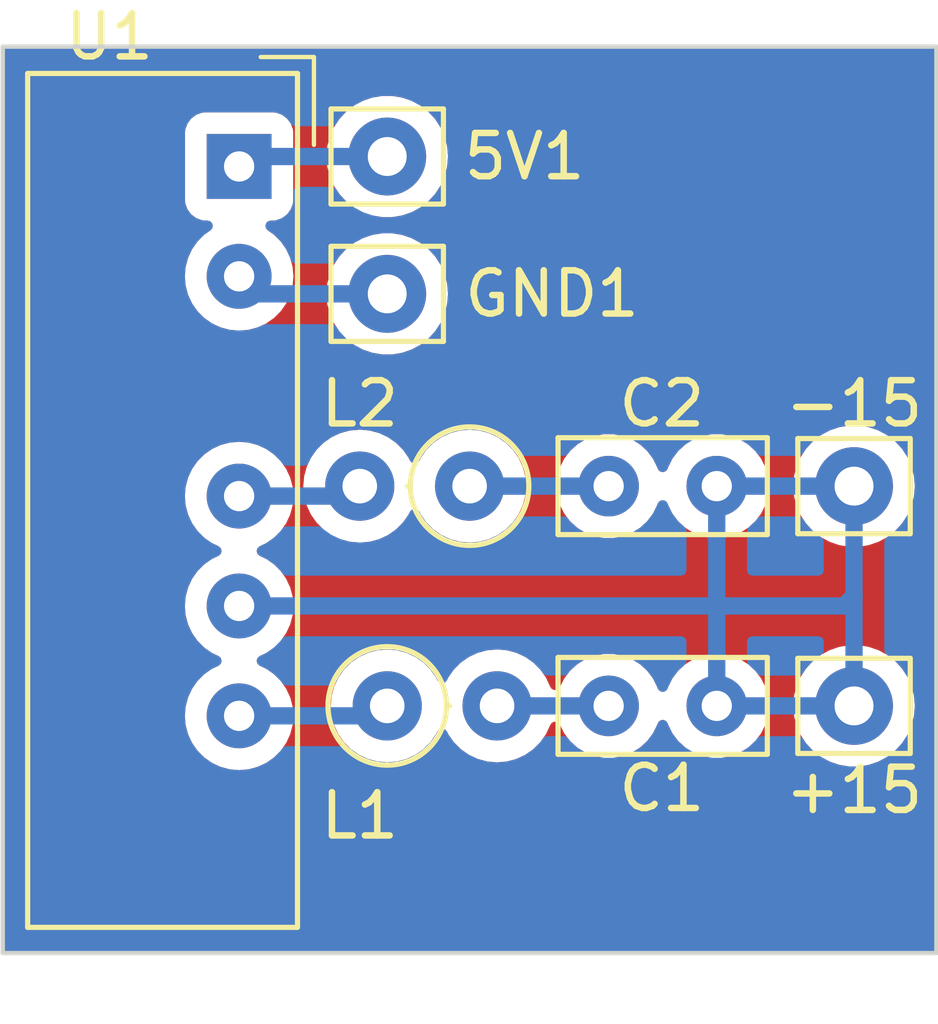
<source format=kicad_pcb>
(kicad_pcb (version 20221018) (generator pcbnew)
  (layers (0 "F.Cu" signal) (31 "B.Cu" signal) (34 "B.Paste" user) (35 "F.Paste" user) (36 "B.SilkS" user "B.Silkscreen") (37 "F.SilkS" user "F.Silkscreen") (38 "B.Mask" user) (39 "F.Mask" user) (44 "Edge.Cuts" user))
  (net 0 "")
  (net 1 "Net-(U1-VOUT+)")
  (net 2 "Net-(U1-VOUT-)")
  (net 3 "Net-(+15-Pin_1)")
  (net 4 "Net-(5V1-Pin_1)")
  (net 5 "Net-(GND1-Pin_1)")
  (footprint "Connector_Pin:Pin_D0.9mm_L10.0mm_W2.4mm_FlatFork" (layer "F.Cu") (at 77.47 68.58)
    (fp_text reference "5V1" (at 3.175 0) (layer "F.SilkS"))
    (fp_text value "~")
    (fp_line (start -1.3 -1.1) (end -1.3 0.6) (stroke (width 0.12)) (layer "F.SilkS"))
    (fp_line (start -1.3 0.6) (end -1.3 1.1) (stroke (width 0.12)) (layer "F.SilkS"))
    (fp_line (start -1.3 1.1) (end 1.3 1.1) (stroke (width 0.12)) (layer "F.SilkS"))
    (fp_line (start 1.3 -1.1) (end -1.3 -1.1) (stroke (width 0.12)) (layer "F.SilkS"))
    (fp_line (start 1.3 1.1) (end 1.3 -1.1) (stroke (width 0.12)) (layer "F.SilkS"))
    (pad "1" thru_hole circle (at 0 0) (size 1.8 1.8) (drill 0.9) (layers "*.Cu" "*.Mask") (net 4 "Net-(5V1-Pin_1)"))
  )
  (footprint "Resistor_THT:R_Axial_DIN0207_L6.3mm_D2.5mm_P2.54mm_Vertical" (layer "F.Cu") (at 77.47 81.28)
    (fp_text reference "L1" (at -0.635 2.54) (layer "F.SilkS"))
    (fp_text value "100µh")
    (fp_line (start 1.37 0) (end 1.44 0) (stroke (width 0.12)) (layer "F.SilkS"))
    (fp_circle (center 0 0) (end 1.37 0) (stroke (width 0.12)) (fill none) (layer "F.SilkS"))
    (pad "1" thru_hole circle (at 0 0) (size 1.6 1.6) (drill 0.8) (layers "*.Cu" "*.Mask") (net 1 "Net-(U1-VOUT+)"))
    (pad "2" thru_hole oval (at 2.54 0) (size 1.6 1.6) (drill 0.8) (layers "*.Cu" "*.Mask") (net 3 "Net-(+15-Pin_1)"))
  )
  (footprint "Capacitor_THT:C_Rect_L4.6mm_W2.0mm_P2.50mm_MKS02_FKP02" (layer "F.Cu") (at 82.59 76.2)
    (fp_text reference "C2" (at 1.23 -1.905) (layer "F.SilkS"))
    (fp_text value "3.3µ")
    (fp_line (start -1.17 -1.12) (end -1.17 1.12) (stroke (width 0.12)) (layer "F.SilkS"))
    (fp_line (start -1.17 -1.12) (end 3.67 -1.12) (stroke (width 0.12)) (layer "F.SilkS"))
    (fp_line (start -1.17 1.12) (end 3.67 1.12) (stroke (width 0.12)) (layer "F.SilkS"))
    (fp_line (start 3.67 -1.12) (end 3.67 1.12) (stroke (width 0.12)) (layer "F.SilkS"))
    (pad "1" thru_hole circle (at 0 0) (size 1.4 1.4) (drill 0.7) (layers "*.Cu" "*.Mask") (net 3 "Net-(+15-Pin_1)"))
    (pad "2" thru_hole circle (at 2.5 0) (size 1.4 1.4) (drill 0.7) (layers "*.Cu" "*.Mask") (net 3 "Net-(+15-Pin_1)"))
  )
  (footprint "Resistor_THT:R_Axial_DIN0207_L6.3mm_D2.5mm_P2.54mm_Vertical" (layer "F.Cu") (at 79.375 76.2 180)
    (fp_text reference "L2" (at 2.54 1.905) (layer "F.SilkS"))
    (fp_text value "100µH")
    (fp_line (start 1.37 0) (end 1.44 0) (stroke (width 0.12)) (layer "F.SilkS"))
    (fp_circle (center 0 0) (end 1.37 0) (stroke (width 0.12)) (fill none) (layer "F.SilkS"))
    (pad "1" thru_hole circle (at 0 0 180) (size 1.6 1.6) (drill 0.8) (layers "*.Cu" "*.Mask") (net 3 "Net-(+15-Pin_1)"))
    (pad "2" thru_hole oval (at 2.54 0 180) (size 1.6 1.6) (drill 0.8) (layers "*.Cu" "*.Mask") (net 2 "Net-(U1-VOUT-)"))
  )
  (footprint "Connector_Pin:Pin_D0.9mm_L10.0mm_W2.4mm_FlatFork" (layer "F.Cu") (at 77.47 71.755)
    (fp_text reference "GND1" (at 3.81 0) (layer "F.SilkS"))
    (fp_text value "~")
    (fp_line (start -1.3 -1.1) (end -1.3 0.6) (stroke (width 0.12)) (layer "F.SilkS"))
    (fp_line (start -1.3 0.6) (end -1.3 1.1) (stroke (width 0.12)) (layer "F.SilkS"))
    (fp_line (start -1.3 1.1) (end 1.3 1.1) (stroke (width 0.12)) (layer "F.SilkS"))
    (fp_line (start 1.3 -1.1) (end -1.3 -1.1) (stroke (width 0.12)) (layer "F.SilkS"))
    (fp_line (start 1.3 1.1) (end 1.3 -1.1) (stroke (width 0.12)) (layer "F.SilkS"))
    (pad "1" thru_hole circle (at 0 0) (size 1.8 1.8) (drill 0.9) (layers "*.Cu" "*.Mask") (net 5 "Net-(GND1-Pin_1)"))
  )
  (footprint "Capacitor_THT:C_Rect_L4.6mm_W2.0mm_P2.50mm_MKS02_FKP02" (layer "F.Cu") (at 82.59 81.28)
    (fp_text reference "C1" (at 1.23 1.905) (layer "F.SilkS"))
    (fp_text value "3.3µ")
    (fp_line (start -1.17 -1.12) (end -1.17 1.12) (stroke (width 0.12)) (layer "F.SilkS"))
    (fp_line (start -1.17 -1.12) (end 3.67 -1.12) (stroke (width 0.12)) (layer "F.SilkS"))
    (fp_line (start -1.17 1.12) (end 3.67 1.12) (stroke (width 0.12)) (layer "F.SilkS"))
    (fp_line (start 3.67 -1.12) (end 3.67 1.12) (stroke (width 0.12)) (layer "F.SilkS"))
    (pad "1" thru_hole circle (at 0 0) (size 1.4 1.4) (drill 0.7) (layers "*.Cu" "*.Mask") (net 3 "Net-(+15-Pin_1)"))
    (pad "2" thru_hole circle (at 2.5 0) (size 1.4 1.4) (drill 0.7) (layers "*.Cu" "*.Mask") (net 3 "Net-(+15-Pin_1)"))
  )
  (footprint "Connector_Pin:Pin_D0.9mm_L10.0mm_W2.4mm_FlatFork" (layer "F.Cu") (at 88.265 76.2)
    (fp_text reference "-15" (at 0 -1.905) (layer "F.SilkS"))
    (fp_text value "~")
    (fp_line (start -1.3 -1.1) (end -1.3 0.6) (stroke (width 0.12)) (layer "F.SilkS"))
    (fp_line (start -1.3 0.6) (end -1.3 1.1) (stroke (width 0.12)) (layer "F.SilkS"))
    (fp_line (start -1.3 1.1) (end 1.3 1.1) (stroke (width 0.12)) (layer "F.SilkS"))
    (fp_line (start 1.3 -1.1) (end -1.3 -1.1) (stroke (width 0.12)) (layer "F.SilkS"))
    (fp_line (start 1.3 1.1) (end 1.3 -1.1) (stroke (width 0.12)) (layer "F.SilkS"))
    (pad "1" thru_hole circle (at 0 0) (size 1.8 1.8) (drill 0.9) (layers "*.Cu" "*.Mask") (net 3 "Net-(+15-Pin_1)"))
  )
  (footprint "Connector_Pin:Pin_D0.9mm_L10.0mm_W2.4mm_FlatFork" (layer "F.Cu") (at 88.265 81.28)
    (fp_text reference "+15" (at 0 1.95) (layer "F.SilkS"))
    (fp_text value "~")
    (fp_line (start -1.3 -1.1) (end -1.3 0.6) (stroke (width 0.12)) (layer "F.SilkS"))
    (fp_line (start -1.3 0.6) (end -1.3 1.1) (stroke (width 0.12)) (layer "F.SilkS"))
    (fp_line (start -1.3 1.1) (end 1.3 1.1) (stroke (width 0.12)) (layer "F.SilkS"))
    (fp_line (start 1.3 -1.1) (end -1.3 -1.1) (stroke (width 0.12)) (layer "F.SilkS"))
    (fp_line (start 1.3 1.1) (end 1.3 -1.1) (stroke (width 0.12)) (layer "F.SilkS"))
    (pad "1" thru_hole circle (at 0 0) (size 1.8 1.8) (drill 0.9) (layers "*.Cu" "*.Mask") (net 3 "Net-(+15-Pin_1)"))
  )
  (footprint "Converter_DCDC:Converter_DCDC_Murata_NMAxxxxSC_THT" (layer "F.Cu") (at 74.045 68.81)
    (fp_text reference "U1" (at -3 -3) (layer "F.SilkS"))
    (fp_text value "NMA0515SC")
    (fp_line (start -4.89 -2.15) (end -4.89 17.59) (stroke (width 0.12)) (layer "F.SilkS"))
    (fp_line (start -4.89 17.59) (end 1.33 17.59) (stroke (width 0.12)) (layer "F.SilkS"))
    (fp_line (start 1.35 -2.15) (end -4.89 -2.15) (stroke (width 0.12)) (layer "F.SilkS"))
    (fp_line (start 1.35 17.59) (end 1.35 -2.15) (stroke (width 0.12)) (layer "F.SilkS"))
    (fp_line (start 1.73 -2.53) (end 0.5 -2.53) (stroke (width 0.1)) (layer "F.SilkS"))
    (fp_line (start 1.73 -2.53) (end 1.73 -0.5) (stroke (width 0.1)) (layer "F.SilkS"))
    (pad "1" thru_hole rect (at 0 0) (size 1.5 1.5) (drill 0.7) (layers "*.Cu" "*.Mask") (net 4 "Net-(5V1-Pin_1)"))
    (pad "2" thru_hole oval (at 0 2.54) (size 1.5 1.5) (drill 0.7) (layers "*.Cu" "*.Mask") (net 5 "Net-(GND1-Pin_1)"))
    (pad "4" thru_hole oval (at 0 7.62) (size 1.5 1.5) (drill 0.7) (layers "*.Cu" "*.Mask") (net 2 "Net-(U1-VOUT-)"))
    (pad "5" thru_hole oval (at 0 10.16) (size 1.5 1.5) (drill 0.7) (layers "*.Cu" "*.Mask") (net 3 "Net-(+15-Pin_1)"))
    (pad "6" thru_hole oval (at 0 12.7) (size 1.5 1.5) (drill 0.7) (layers "*.Cu" "*.Mask") (net 1 "Net-(U1-VOUT+)"))
  )
  (gr_line (start 90.17 66.04) (end 90.17 86.995) (stroke (width 0.1)) (layer "Edge.Cuts"))
  (gr_line (start 68.58 66.04) (end 90.17 66.04) (stroke (width 0.1)) (layer "Edge.Cuts"))
  (gr_line (start 68.58 86.995) (end 68.58 66.04) (stroke (width 0.1)) (layer "Edge.Cuts"))
  (gr_line (start 90.17 86.995) (end 68.58 86.995) (stroke (width 0.1)) (layer "Edge.Cuts"))
  (segment (start 77.24 81.51) (end 77.47 81.28) (width 0.25) (layer "F.Cu") (net 1))
  (segment (start 74.045 81.51) (end 77.24 81.51) (width 0.4) (layer "B.Cu") (net 1))
  (segment (start 77.24 81.51) (end 77.47 81.28) (width 0.4) (layer "B.Cu") (net 1))
  (segment (start 76.605 76.43) (end 76.835 76.2) (width 0.25) (layer "F.Cu") (net 2))
  (segment (start 76.605 76.43) (end 76.835 76.2) (width 0.4) (layer "B.Cu") (net 2))
  (segment (start 74.045 76.43) (end 76.605 76.43) (width 0.4) (layer "B.Cu") (net 2))
  (segment (start 88.265 78.74) (end 88.265 81.28) (width 0.4) (layer "B.Cu") (net 3))
  (segment (start 88.265 76.2) (end 88.265 78.74) (width 0.4) (layer "B.Cu") (net 3))
  (segment (start 85.09 76.2) (end 88.265 76.2) (width 0.4) (layer "B.Cu") (net 3))
  (segment (start 79.375 76.2) (end 82.59 76.2) (width 0.4) (layer "B.Cu") (net 3))
  (segment (start 80.01 81.28) (end 82.59 81.28) (width 0.4) (layer "B.Cu") (net 3))
  (segment (start 85.09 81.28) (end 88.265 81.28) (width 0.4) (layer "B.Cu") (net 3))
  (segment (start 85.09 76.2) (end 85.09 81.28) (width 0.4) (layer "B.Cu") (net 3))
  (segment (start 74.045 78.97) (end 88.035 78.97) (width 0.4) (layer "B.Cu") (net 3))
  (segment (start 88.035 78.97) (end 88.265 78.74) (width 0.4) (layer "B.Cu") (net 3))
  (segment (start 77.47 68.58) (end 74.275 68.58) (width 0.4) (layer "B.Cu") (net 4))
  (segment (start 74.275 68.58) (end 74.045 68.81) (width 0.4) (layer "B.Cu") (net 4))
  (segment (start 77.47 71.755) (end 74.45 71.755) (width 0.4) (layer "B.Cu") (net 5))
  (segment (start 74.45 71.755) (end 74.045 71.35) (width 0.4) (layer "B.Cu") (net 5))
  (zone (net 0) (net_name "") (layers "F&B.Cu") (connect_pads (clearance 0.5)) (min_thickness 0.25) (fill yes (thermal_gap 0.5) (thermal_bridge_width 0.5) (island_removal_mode 1) (island_area_min 10))
    (polygon (pts (xy 68.58 66.04) (xy 90.17 66.04) (xy 90.17 86.995) (xy 68.58 86.995)))
  )
)
</source>
